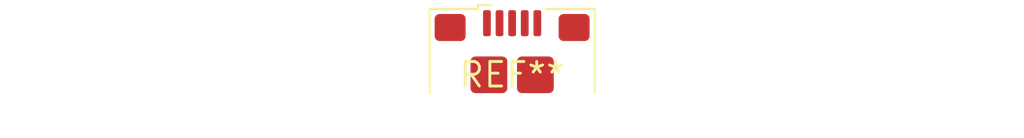
<source format=kicad_pcb>
(kicad_pcb (version 20240108) (generator pcbnew)
  (layers (0 "F.Cu" signal) (31 "B.Cu" signal) (34 "B.Paste" user) (35 "F.Paste" user) (36 "B.SilkS" user "B.Silkscreen") (37 "F.SilkS" user "F.Silkscreen") (38 "B.Mask" user) (39 "F.Mask" user) (44 "Edge.Cuts" user))
  (net 0 "")
  (footprint "USB_Micro-B_Amphenol_10118193-0001LF_Horizontal" (layer "F.Cu") (at 0 0)
    (property "Reference" "REF**")
    (property "Value" "USB_Micro-B_Amphenol_10118193-0001LF_Horizontal")
    (fp_line (start -4.26 -3.41) (end -4.26 0.95) (layer "F.SilkS") (stroke (width 0.12)))
    (fp_line (start -4.26 -3.41) (end -1.76 -3.41) (layer "F.SilkS") (stroke (width 0.12)))
    (fp_line (start -1.76 -3.41) (end -1.76 -3.61) (layer "F.SilkS") (stroke (width 0.12)))
    (fp_line (start -1.1 -3.61) (end -1.76 -3.61) (layer "F.SilkS") (stroke (width 0.12)))
    (fp_line (start 1.76 -3.41) (end 4.26 -3.41) (layer "F.SilkS") (stroke (width 0.12)))
    (fp_line (start 4.26 -3.41) (end 4.26 0.95) (layer "F.SilkS") (stroke (width 0.12)))
    (pad "1" smd roundrect (at -1.3 -2.675) (size 0.4 1.35) (layers "F.Cu" "F.Paste" "F.Mask"))
    (pad "2" smd roundrect (at -0.65 -2.675) (size 0.4 1.35) (layers "F.Cu" "F.Paste" "F.Mask"))
    (pad "3" smd roundrect (at 0 -2.675) (size 0.4 1.35) (layers "F.Cu" "F.Paste" "F.Mask"))
    (pad "4" smd roundrect (at 0.65 -2.675) (size 0.4 1.35) (layers "F.Cu" "F.Paste" "F.Mask"))
    (pad "5" smd roundrect (at 1.3 -2.675) (size 0.4 1.35) (layers "F.Cu" "F.Paste" "F.Mask"))
    (pad "6" thru_hole oval (at -3.3 0 90) (size 1.6 0.9) (drill oval 1.2 0.5) (layers *.Cu *.Mask "F.Paste") (remove_unused_layers))
    (pad "6" smd roundrect (at -3.2 -2.45) (size 1.6 1.4) (layers "F.Cu" "F.Paste" "F.Mask") (roundrect_rratio 0.1785714286))
    (pad "6" smd roundrect (at -1.2 0) (size 1.9 1.9) (layers "F.Cu" "F.Paste" "F.Mask") (roundrect_rratio 0.1315789474))
    (pad "6" smd roundrect (at 1.2 0) (size 1.9 1.9) (layers "F.Cu" "F.Paste" "F.Mask") (roundrect_rratio 0.1315789474))
    (pad "6" smd roundrect (at 3.2 -2.45) (size 1.6 1.4) (layers "F.Cu" "F.Paste" "F.Mask") (roundrect_rratio 0.1785714286))
    (pad "6" thru_hole oval (at 3.3 0 90) (size 1.6 0.9) (drill oval 1.2 0.5) (layers *.Cu *.Mask "F.Paste") (remove_unused_layers))
  )
)
</source>
